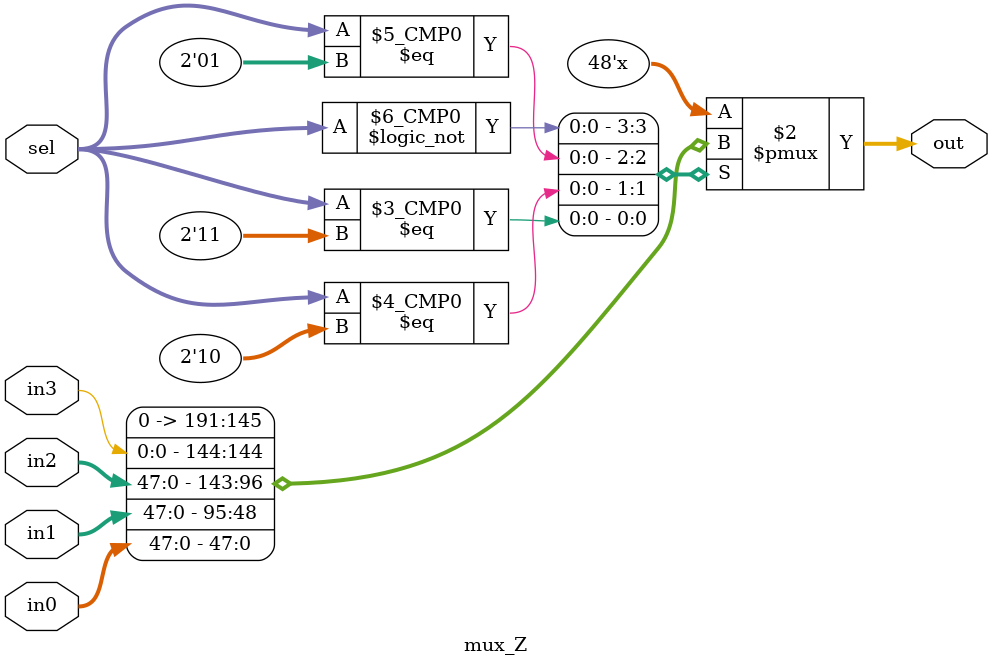
<source format=v>
module mux_Z (in0, in1, in2, in3, sel, out);
input [47:0] in0, in1, in2;
input in3;
input [1:0] sel;
output reg [47:0] out;
always@(*) begin
    case (sel) 
        2'b00 : out = in3;
        2'b01 : out = in2;
        2'b10 : out = in1;
        2'b11 : out = in0;
    endcase
end
endmodule
</source>
